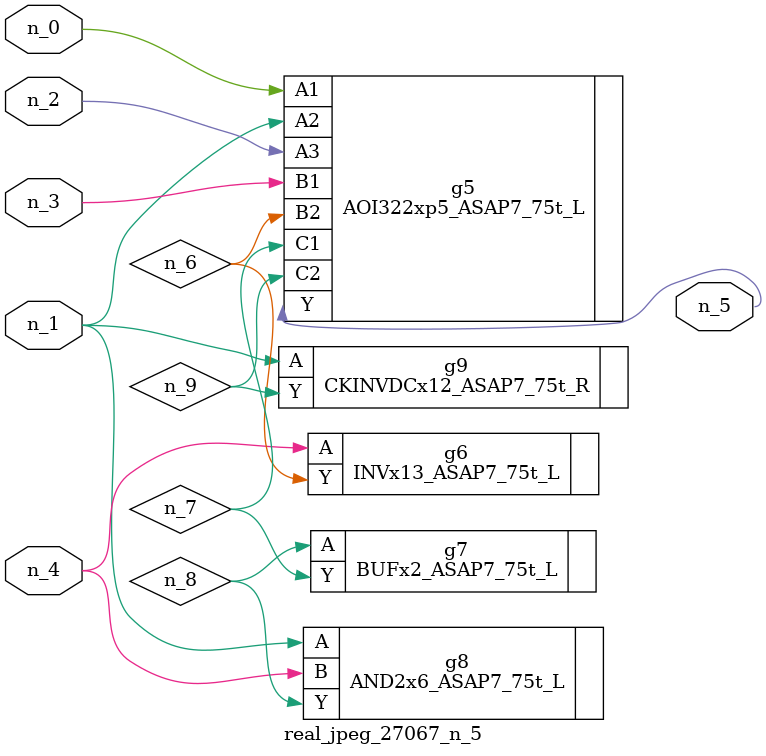
<source format=v>
module real_jpeg_27067_n_5 (n_4, n_0, n_1, n_2, n_3, n_5);

input n_4;
input n_0;
input n_1;
input n_2;
input n_3;

output n_5;

wire n_8;
wire n_6;
wire n_7;
wire n_9;

AOI322xp5_ASAP7_75t_L g5 ( 
.A1(n_0),
.A2(n_1),
.A3(n_2),
.B1(n_3),
.B2(n_6),
.C1(n_7),
.C2(n_9),
.Y(n_5)
);

AND2x6_ASAP7_75t_L g8 ( 
.A(n_1),
.B(n_4),
.Y(n_8)
);

CKINVDCx12_ASAP7_75t_R g9 ( 
.A(n_1),
.Y(n_9)
);

INVx13_ASAP7_75t_L g6 ( 
.A(n_4),
.Y(n_6)
);

BUFx2_ASAP7_75t_L g7 ( 
.A(n_8),
.Y(n_7)
);


endmodule
</source>
